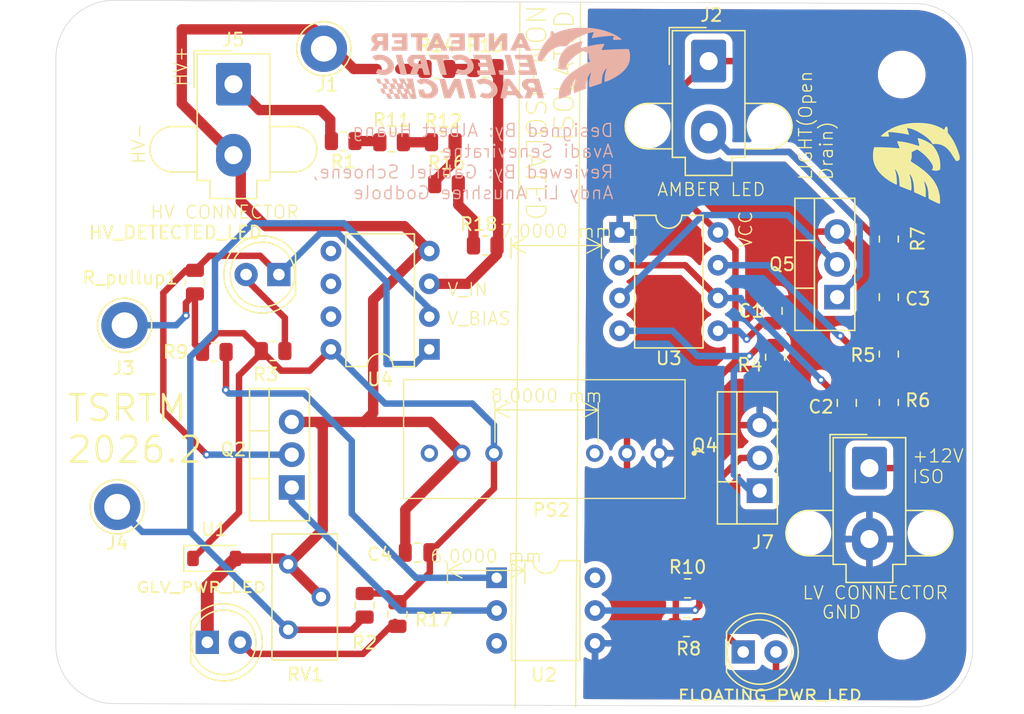
<source format=kicad_pcb>
(kicad_pcb (version 20241229) (generator "pcbnew") (generator_version "9.0")
  (layers (0 "F.Cu" signal) (2 "B.Cu" signal) (13 "F.Paste" user) (15 "B.Paste" user) (5 "F.SilkS" user "F.Silkscreen") (7 "B.SilkS" user "B.Silkscreen") (1 "F.Mask" user) (3 "B.Mask" user) (25 "Edge.Cuts" user))
  (net 0 "")
  (net 1 "12V_UNISO")
  (net 2 "HighVoltage-")
  (net 3 "Net-(DEBUG_1-K)")
  (net 4 "Net-(DEBUG_1-A)")
  (net 5 "Net-(DEBUG_2-K)")
  (net 6 "Net-(DEBUG_2-A)")
  (net 7 "Net-(DEBUG_3-A)")
  (net 8 "GND_ISO")
  (net 9 "12V_ISO")
  (net 12 "Net-(Q2-D)")
  (net 13 "V_BIAS")
  (net 14 "Net-(U3-THR)")
  (net 15 "Net-(U3-DIS)")
  (net 16 "Net-(Q5-G)")
  (net 17 "Net-(Q4-D)")
  (net 18 "Net-(U3-CV)")
  (net 19 "V_IN")
  (net 20 "Net-(J2-Pin_2)")
  (net 21 "Net-(R1-Pad2)")
  (net 22 "HighVoltage+")
  (net 23 "Net-(R9-Pad2)")
  (net 24 "Net-(R11-Pad1)")
  (net 25 "Net-(R13-Pad2)")
  (net 26 "Net-(R14-Pad1)")
  (net 29 "Net-(R12-Pad2)")
  (net 30 "Net-(R16-Pad2)")
  (footprint "TestPoint:TestPoint_Loop_D3.80mm_Drill2.0mm" (layer "F.Cu") (at 26.07 47.18)
    (property "Reference" "J3" (at -0.07 3.32 0) (layer "F.SilkS"))
    (property "Value" "12V TEST")
    (pad "1" thru_hole circle (at 0 0) (size 3.6 3.6) (drill 2) (layers "*.Cu" "*.Mask") (net 1 "12V_UNISO"))
  )
  (footprint "Resistor_SMD:R_0805_2012Metric" (layer "F.Cu") (at 85.25 40.5 -90)
    (property "Reference" "R7" (at 0 -2.25 90) (layer "F.SilkS"))
    (property "Value" "10k")
    (pad "1" smd roundrect (at -0.9125 0 270) (size 1.025 1.4) (layers "F.Cu" "F.Mask" "F.Paste") (roundrect_rratio 0.243902) (net 9 "12V_ISO"))
    (pad "2" smd roundrect (at 0.9125 0 270) (size 1.025 1.4) (layers "F.Cu" "F.Mask" "F.Paste") (roundrect_rratio 0.243902) (net 20 "Net-(J2-Pin_2)"))
  )
  (footprint "LED_THT:LED_D5.0mm" (layer "F.Cu") (at 38.02 43.25 180)
    (property "Reference" "HV_DETECTED_LED" (at 8.02 3.25 180) (layer "F.SilkS"))
    (property "Value" "LED")
    (pad "1" thru_hole rect (at 0 0 180) (size 1.8 1.8) (drill 0.9) (layers "*.Cu" "*.Mask") (net 3 "Net-(DEBUG_1-K)"))
    (pad "2" thru_hole circle (at 2.54 0 180) (size 1.8 1.8) (drill 0.9) (layers "*.Cu" "*.Mask") (net 4 "Net-(DEBUG_1-A)"))
  )
  (footprint "Package_TO_SOT_THT:TO-220-3_Vertical" (layer "F.Cu") (at 39.016847 59.75 90)
    (property "Reference" "Q2" (at 2.939152 -4.516847 180) (layer "F.SilkS"))
    (property "Value" "NMOS")
    (pad "1" thru_hole rect (at 0 0 90) (size 1.905 2) (drill 1.1) (layers "*.Cu" "*.Mask") (net 12 "Net-(Q2-D)"))
    (pad "2" thru_hole oval (at 2.54 0 90) (size 1.905 2) (drill 1.1) (layers "*.Cu" "*.Mask") (net 3 "Net-(DEBUG_1-K)"))
    (pad "3" thru_hole oval (at 5.08 0 90) (size 1.905 2) (drill 1.1) (layers "*.Cu" "*.Mask") (net 2 "HighVoltage-"))
  )
  (footprint "MountingHole:MountingHole_3.2mm_M3" (layer "F.Cu") (at 86.25 27.75)
    (property "Reference" "H2" (hide yes))
    (property "Value" "MountingHole" (hide yes))
    (pad "" np_thru_hole circle (at 0 0) (size 3.2 3.2) (drill 3.2) (layers "*.Cu" "*.Mask"))
  )
  (footprint "Resistor_SMD:R_0805_2012Metric" (layer "F.Cu") (at 54 41)
    (property "Reference" "R18" (at -0.5 -1.65 0) (layer "F.SilkS"))
    (property "Value" "540k")
    (pad "1" smd roundrect (at -0.9125 0) (size 1.025 1.4) (layers "F.Cu" "F.Mask" "F.Paste") (roundrect_rratio 0.243902) (net 30 "Net-(R16-Pad2)"))
    (pad "2" smd roundrect (at 0.9125 0) (size 1.025 1.4) (layers "F.Cu" "F.Mask" "F.Paste") (roundrect_rratio 0.243902) (net 19 "V_IN"))
  )
  (footprint "Resistor_SMD:R_0805_2012Metric" (layer "F.Cu") (at 44.66 68.8825 -90)
    (property "Reference" "R2" (at 2.8975 0 180) (layer "F.SilkS"))
    (property "Value" "11k")
    (pad "1" smd roundrect (at -0.9125 0 270) (size 1.025 1.4) (layers "F.Cu" "F.Mask" "F.Paste") (roundrect_rratio 0.243902) (net 1 "12V_UNISO"))
    (pad "2" smd roundrect (at 0.9125 0 270) (size 1.025 1.4) (layers "F.Cu" "F.Mask" "F.Paste") (roundrect_rratio 0.243902) (net 13 "V_BIAS"))
  )
  (footprint "Resistor_SMD:R_0805_2012Metric" (layer "F.Cu") (at 50.75 33)
    (property "Reference" "R12" (at 0 -1.65 0) (layer "F.SilkS"))
    (property "Value" "540k")
    (pad "1" smd roundrect (at -0.9125 0) (size 1.025 1.4) (layers "F.Cu" "F.Mask" "F.Paste") (roundrect_rratio 0.243902) (net 24 "Net-(R11-Pad1)"))
    (pad "2" smd roundrect (at 0.9125 0) (size 1.025 1.4) (layers "F.Cu" "F.Mask" "F.Paste") (roundrect_rratio 0.243902) (net 29 "Net-(R12-Pad2)"))
  )
  (footprint "Resistor_SMD:R_0805_2012Metric" (layer "F.Cu") (at 69.581847 70.57)
    (property "Reference" "R8" (at 0.168153 1.68 0) (layer "F.SilkS"))
    (property "Value" "20k")
    (pad "1" smd roundrect (at -0.9125 0) (size 1.025 1.4) (layers "F.Cu" "F.Mask" "F.Paste") (roundrect_rratio 0.243902) (net 9 "12V_ISO"))
    (pad "2" smd roundrect (at 0.9125 0) (size 1.025 1.4) (layers "F.Cu" "F.Mask" "F.Paste") (roundrect_rratio 0.243902) (net 6 "Net-(DEBUG_2-A)"))
  )
  (footprint "Resistor_SMD:R_0805_2012Metric" (layer "F.Cu") (at 54 27.25 180)
    (property "Reference" "R13" (at 0 1.75 0) (layer "F.SilkS"))
    (property "Value" "20k")
    (pad "1" smd roundrect (at -0.9125 0 180) (size 1.025 1.4) (layers "F.Cu" "F.Mask" "F.Paste") (roundrect_rratio 0.243902) (net 19 "V_IN"))
    (pad "2" smd roundrect (at 0.9125 0 180) (size 1.025 1.4) (layers "F.Cu" "F.Mask" "F.Paste") (roundrect_rratio 0.243902) (net 25 "Net-(R13-Pad2)"))
  )
  (footprint "Package_DIP:DIP-8_W7.62mm" (layer "F.Cu") (at 49.67 49.05 180)
    (property "Reference" "U4" (at 3.81 -2.33 180) (layer "F.SilkS"))
    (property "Value" "LM393N/NOPB")
    (pad "1" thru_hole rect (at 0 0 180) (size 1.6 1.6) (drill 0.8) (layers "*.Cu" "*.Mask") (net 3 "Net-(DEBUG_1-K)"))
    (pad "2" thru_hole oval (at 0 2.54 180) (size 1.6 1.6) (drill 0.8) (layers "*.Cu" "*.Mask") (net 13 "V_BIAS"))
    (pad "3" thru_hole oval (at 0 5.08 180) (size 1.6 1.6) (drill 0.8) (layers "*.Cu" "*.Mask") (net 19 "V_IN"))
    (pad "4" thru_hole oval (at 0 7.62 180) (size 1.6 1.6) (drill 0.8) (layers "*.Cu" "*.Mask") (net 2 "HighVoltage-"))
    (pad "5" thru_hole oval (at 7.62 7.62 180) (size 1.6 1.6) (drill 0.8) (layers "*.Cu" "*.Mask"))
    (pad "6" thru_hole oval (at 7.62 5.08 180) (size 1.6 1.6) (drill 0.8) (layers "*.Cu" "*.Mask"))
    (pad "7" thru_hole oval (at 7.62 2.54 180) (size 1.6 1.6) (drill 0.8) (layers "*.Cu" "*.Mask"))
    (pad "8" thru_hole oval (at 7.62 0 180) (size 1.6 1.6) (drill 0.8) (layers "*.Cu" "*.Mask") (net 1 "12V_UNISO"))
  )
  (footprint "LED_THT:LED_D5.0mm" (layer "F.Cu") (at 32.476847 71.75)
    (property "Reference" "GLV_PWR_LED" (at -0.476847 -4.25 0) (layer "F.SilkS") (effects (font (size 0.8 1))))
    (property "Value" "LED")
    (pad "1" thru_hole rect (at 0 0) (size 1.8 1.8) (drill 0.9) (layers "*.Cu" "*.Mask") (net 2 "HighVoltage-"))
    (pad "2" thru_hole circle (at 2.54 0) (size 1.8 1.8) (drill 0.9) (layers "*.Cu" "*.Mask") (net 7 "Net-(DEBUG_3-A)"))
  )
  (footprint "Resistor_SMD:R_0805_2012Metric" (layer "F.Cu") (at 43 32.9075)
    (property "Reference" "R1" (at 0 1.5925 0) (layer "F.SilkS"))
    (property "Value" "540k")
    (pad "1" smd roundrect (at -0.9125 0) (size 1.025 1.4) (layers "F.Cu" "F.Mask" "F.Paste") (roundrect_rratio 0.243902) (net 22 "HighVoltage+"))
    (pad "2" smd roundrect (at 0.9125 0) (size 1.025 1.4) (layers "F.Cu" "F.Mask" "F.Paste") (roundrect_rratio 0.243902) (net 21 "Net-(R1-Pad2)"))
  )
  (footprint "Package_DIP:DIP-6_W7.62mm" (layer "F.Cu") (at 54.88 66.75)
    (property "Reference" "U2" (at 3.673153 7.53 0) (layer "F.SilkS"))
    (property "Value" "4N35" (hide yes))
    (pad "1" thru_hole rect (at 0 0) (size 1.6 1.6) (drill 0.8) (layers "*.Cu" "*.Mask") (net 23 "Net-(R9-Pad2)"))
    (pad "2" thru_hole oval (at 0 2.54) (size 1.6 1.6) (drill 0.8) (layers "*.Cu" "*.Mask") (net 12 "Net-(Q2-D)"))
    (pad "3" thru_hole oval (at 0 5.08) (size 1.6 1.6) (drill 0.8) (layers "*.Cu" "*.Mask"))
    (pad "4" thru_hole oval (at 7.62 5.08) (size 1.6 1.6) (drill 0.8) (layers "*.Cu" "*.Mask") (net 8 "GND_ISO"))
    (pad "5" thru_hole oval (at 7.62 2.54) (size 1.6 1.6) (drill 0.8) (layers "*.Cu" "*.Mask") (net 5 "Net-(DEBUG_2-K)"))
    (pad "6" thru_hole oval (at 7.62 0) (size 1.6 1.6) (drill 0.8) (layers "*.Cu" "*.Mask"))
  )
  (footprint "LED_THT:LED_D5.0mm" (layer "F.Cu") (at 73.975 72.5)
    (property "Reference" "FLOATING_PWR_LED" (at 2.072002 2.880433 0) (layer "F.SilkS") (effects (font (size 0.8 1)) (justify top)))
    (property "Value" "LED")
    (pad "1" thru_hole rect (at 0 0) (size 1.8 1.8) (drill 0.9) (layers "*.Cu" "*.Mask") (net 5 "Net-(DEBUG_2-K)"))
    (pad "2" thru_hole circle (at 2.54 0) (size 1.8 1.8) (drill 0.9) (layers "*.Cu" "*.Mask") (net 6 "Net-(DEBUG_2-A)"))
  )
  (footprint "Capacitor_SMD:C_0805_2012Metric" (layer "F.Cu") (at 82 53.2 -90)
    (property "Reference" "C2" (at 0.3 2 180) (layer "F.SilkS"))
    (property "Value" "1uF")
    (pad "1" smd roundrect (at -0.95 0 270) (size 1 1.45) (layers "F.Cu" "F.Mask" "F.Paste") (net 14 "Net-(U3-THR)"))
    (pad "2" smd roundrect (at 0.95 0 270) (size 1 1.45) (layers "F.Cu" "F.Mask" "F.Paste") (net 8 "GND_ISO"))
  )
  (footprint "EVRacingLogoLibraryKiCad:EVRacingOnlyLogo" (layer "F.Cu") (at 87 34.5)
    (property "Reference" "G***" (hide yes))
    (property "Value" "LOGO" (hide yes))
  )
  (footprint "Resistor_SMD:R_0805_2012Metric" (layer "F.Cu") (at 85.25 49.4125 -90)
    (property "Reference" "R5" (at 0.0875 2 0) (layer "F.SilkS"))
    (property "Value" "22k")
    (pad "1" smd roundrect (at -0.9125 0 270) (size 1.025 1.4) (layers "F.Cu" "F.Mask" "F.Paste") (roundrect_rratio 0.243902) (net 9 "12V_ISO"))
    (pad "2" smd roundrect (at 0.9125 0 270) (size 1.025 1.4) (layers "F.Cu" "F.Mask" "F.Paste") (roundrect_rratio 0.243902) (net 15 "Net-(U3-DIS)"))
  )
  (footprint "TestPoint:TestPoint_Loop_D3.80mm_Drill2.0mm" (layer "F.Cu") (at 41.5 25.75)
    (property "Reference" "J1" (at 0.25 2.8 0) (layer "F.SilkS"))
    (property "Value" "V_BIAS TEST")
    (pad "1" thru_hole circle (at 0 0) (size 3.6 3.6) (drill 2) (layers "*.Cu" "*.Mask") (net 2 "HighVoltage-"))
  )
  (footprint "MountingHole:MountingHole_3.2mm_M3" (layer "F.Cu") (at 26.25 71.75)
    (property "Reference" "H4" (hide yes))
    (property "Value" "MountingHole" (hide yes))
    (pad "" np_thru_hole circle (at 0 0) (size 3.2 3.2) (drill 3.2) (layers "*.Cu" "*.Mask"))
  )
  (footprint "Connector_Molex:Molex_Mini-Fit_Jr_5566-02A2_2x01_P4.20mm_Vertical" (layer "F.Cu") (at 83.75 58.25)
    (property "Reference" "J7" (at -8.25 5.75 0) (layer "F.SilkS"))
    (property "Value" "Conn_01x02")
    (pad "" np_thru_hole circle (at -4.7 5.04) (size 3 3) (drill 3) (layers "*.Cu" "*.Mask"))
    (pad "" np_thru_hole circle (at 4.7 5.04) (size 3 3) (drill 3) (layers "*.Cu" "*.Mask"))
    (pad "1" thru_hole roundrect (at 0 0) (size 2.7 3.3) (drill 1.4) (layers "*.Cu" "*.Mask") (roundrect_rratio 0.092593) (net 9 "12V_ISO"))
    (pad "2" thru_hole oval (at 0 5.5) (size 2.7 3.3) (drill 1.4) (layers "*.Cu" "*.Mask") (net 8 "GND_ISO"))
  )
  (footprint "Resistor_SMD:R_0805_2012Metric" (layer "F.Cu") (at 51 36.25)
    (property "Reference" "R16" (at 0 -1.65 0) (layer "F.SilkS"))
    (property "Value" "540k")
    (pad "1" smd roundrect (at -0.9125 0) (size 1.025 1.4) (layers "F.Cu" "F.Mask" "F.Paste") (roundrect_rratio 0.243902) (net 29 "Net-(R12-Pad2)"))
    (pad "2" smd roundrect (at 0.9125 0) (size 1.025 1.4) (layers "F.Cu" "F.Mask" "F.Paste") (roundrect_rratio 0.243902) (net 30 "Net-(R16-Pad2)"))
  )
  (footprint "MountingHole:MountingHole_3.2mm_M3" (layer "F.Cu") (at 26.25 27.5)
    (property "Reference" "H1" (hide yes))
    (property "Value" "MountingHole" (hide yes))
    (pad "" np_thru_hole circle (at 0 0) (size 3.2 3.2) (drill 3.2) (layers "*.Cu" "*.Mask"))
  )
  (footprint "Resistor_SMD:R_0805_2012Metric" (layer "F.Cu") (at 76.446847 49.6575 90)
    (property "Reference" "R4" (at -0.5925 -1.946847 180) (layer "F.SilkS"))
    (property "Value" "22k")
    (pad "1" smd roundrect (at -0.9125 0 90) (size 1.025 1.4) (layers "F.Cu" "F.Mask" "F.Paste") (roundrect_rratio 0.243902) (net 9 "12V_ISO"))
    (pad "2" smd roundrect (at 0.9125 0 90) (size 1.025 1.4) (layers "F.Cu" "F.Mask" "F.Paste") (roundrect_rratio 0.243902) (net 17 "Net-(Q4-D)"))
  )
  (footprint "Capacitor_SMD:C_0805_2012Metric" (layer "F.Cu") (at 76.25 46.07 90)
    (property "Reference" "C1" (at 0 -1.68 180) (layer "F.SilkS"))
    (property "Value" "100nF" (hide yes))
    (pad "1" smd roundrect (at -0.95 0 90) (size 1 1.45) (layers "F.Cu" "F.Mask" "F.Paste") (net 18 "Net-(U3-CV)"))
    (pad "2" smd roundrect (at 0.95 0 90) (size 1 1.45) (layers "F.Cu" "F.Mask" "F.Paste") (net 8 "GND_ISO"))
  )
  (footprint "Resistor_SMD:R_0805_2012Metric" (layer "F.Cu") (at 31.516847 43.8375 90)
    (property "Reference" "R_pullup1" (at 0.3375 -5.016847 180) (layer "F.SilkS"))
    (property "Value" "15k")
    (pad "1" smd roundrect (at -0.9125 0 90) (size 1.025 1.4) (layers "F.Cu" "F.Mask" "F.Paste") (roundrect_rratio 0.243902) (net 1 "12V_UNISO"))
    (pad "2" smd roundrect (at 0.9125 0 90) (size 1.025 1.4) (layers "F.Cu" "F.Mask" "F.Paste") (roundrect_rratio 0.243902) (net 3 "Net-(DEBUG_1-K)"))
  )
  (footprint "Potentiometer_THT:Potentiometer_Bourns_3296Y_Vertical" (layer "F.Cu") (at 38.741847 65.7 90)
    (property "Reference" "RV1" (at -8.55 1.328153 180) (layer "F.SilkS"))
    (property "Value" "1k default (1-5k)")
    (pad "1" thru_hole circle (at 0 0 90) (size 1.44 1.44) (drill 0.8) (layers "*.Cu" "*.Mask") (net 2 "HighVoltage-"))
    (pad "2" thru_hole circle (at -2.54 2.54 90) (size 1.44 1.44) (drill 0.8) (layers "*.Cu" "*.Mask") (net 2 "HighVoltage-"))
    (pad "3" thru_hole circle (at -5.08 0 90) (size 1.44 1.44) (drill 0.8) (layers "*.Cu" "*.Mask") (net 13 "V_BIAS"))
  )
  (footprint "Capacitor_SMD:C_0805_2012Metric" (layer "F.Cu") (at 48.756847 64.79)
    (property "Reference" "C4" (at -2.936847 0.14 0) (layer "F.SilkS"))
    (property "Value" "100nF")
    (pad "1" smd roundrect (at -0.95 0) (size 1 1.45) (layers "F.Cu" "F.Mask" "F.Paste") (net 2 "HighVoltage-"))
    (pad "2" smd roundrect (at 0.95 0) (size 1 1.45) (layers "F.Cu" "F.Mask" "F.Paste") (net 1 "12V_UNISO"))
  )
  (footprint "Resistor_SMD:R_0805_2012Metric" (layer "F.Cu") (at 85.25 53.1625 90)
    (property "Reference" "R6" (at 0.1625 2.25 180) (layer "F.SilkS"))
    (property "Value" "220k")
    (pad "1" smd roundrect (at -0.9125 0 90) (size 1.025 1.4) (layers "F.Cu" "F.Mask" "F.Paste") (roundrect_rratio 0.243902) (net 15 "Net-(U3-DIS)"))
    (pad "2" smd roundrect (at 0.9125 0 90) (size 1.025 1.4) (layers "F.Cu" "F.Mask" "F.Paste") (roundrect_rratio 0.243902) (net 14 "Net-(U3-THR)"))
  )
  (footprint "Resistor_SMD:R_0805_2012Metric" (layer "F.Cu") (at 46.75 33 180)
    (property "Reference" "R11" (at 0 1.7125 0) (layer "F.SilkS"))
    (property "Value" "540k")
    (pad "1" smd roundrect (at -0.9125 0 180) (size 1.025 1.4) (layers "F.Cu" "F.Mask" "F.Paste") (roundrect_rratio 0.243902) (net 24 "Net-(R11-Pad1)"))
    (pad "2" smd roundrect (at 0.9125 0 180) (size 1.025 1.4) (layers "F.Cu" "F.Mask" "F.Paste") (roundrect_rratio 0.243902) (net 21 "Net-(R1-Pad2)"))
  )
  (footprint "Connector_Molex:Molex_Mini-Fit_Jr_5566-02A2_2x01_P4.20mm_Vertical" (layer "F.Cu") (at 71.3 26.71)
    (property "Reference" "J2" (at 0.213153 -3.57 0) (layer "F.SilkS"))
    (property "Value" "Conn_01x02")
    (pad "" np_thru_hole circle (at -4.7 5.04) (size 3 3) (drill 3) (layers "*.Cu" "*.Mask"))
    (pad "" np_thru_hole circle (at 4.7 5.04) (size 3 3) (drill 3) (layers "*.Cu" "*.Mask"))
    (pad "1" thru_hole roundrect (at 0 0) (size 2.7 3.3) (drill 1.4) (layers "*.Cu" "*.Mask") (roundrect_rratio 0.092593) (net 9 "12V_ISO"))
    (pad "2" thru_hole oval (at 0 5.5) (size 2.7 3.3) (drill 1.4) (layers "*.Cu" "*.Mask") (net 20 "Net-(J2-Pin_2)"))
  )
  (footprint "Package_TO_SOT_THT:TO-220-3_Vertical" (layer "F.Cu") (at 75.25 60 90)
    (property "Reference" "Q4" (at 3.5 -4.25 180) (layer "F.SilkS"))
    (property "Value" "NMOS")
    (pad "1" thru_hole rect (at 0 0 90) (size 1.905 2) (drill 1.1) (layers "*.Cu" "*.Mask") (net 17 "Net-(Q4-D)"))
    (pad "2" thru_hole oval (at 2.54 0 90) (size 1.905 2) (drill 1.1) (layers "*.Cu" "*.Mask") (net 5 "Net-(DEBUG_2-K)"))
    (pad "3" thru_hole oval (at 5.08 0 90) (size 1.905 2) (drill 1.1) (layers "*.Cu" "*.Mask") (net 8 "GND_ISO"))
  )
  (footprint "Diode_SMD:D_SOD-123" (layer "F.Cu") (at 33.016847 65.25)
    (property "Reference" "U1" (at -0.016847 -2.25 0) (layer "F.SilkS"))
    (property "Value" "MMSZ5245BT1G" (hide yes))
    (pad "1" smd roundrect (at -1.65 0) (size 0.9 1.2) (layers "F.Cu" "F.Mask" "F.Paste") (net 1 "12V_UNISO"))
    (pad "2" smd roundrect (at 1.65 0) (size 0.9 1.2) (layers "F.Cu" "F.Mask" "F.Paste") (net 2 "HighVoltage-"))
  )
  (footprint "Package_DIP:DIP-8_W7.62mm" (layer "F.Cu") (at 64.406847 39.99)
    (property "Reference" "U3" (at 3.81 9.76 0) (layer "F.SilkS"))
    (property "Value" "LM555xN")
    (pad "1" thru_hole rect (at 0 0) (size 1.6 1.6) (drill 0.8) (layers "*.Cu" "*.Mask") (net 8 "GND_ISO"))
    (pad "2" thru_hole oval (at 0 2.54) (size 1.6 1.6) (drill 0.8) (layers "*.Cu" "*.Mask") (net 14 "Net-(U3-THR)"))
    (pad "3" thru_hole oval (at 0 5.08) (size 1.6 1.6) (drill 0.8) (layers "*.Cu" "*.Mask") (net 16 "Net-(Q5-G)"))
    (pad "4" thru_hole oval (at 0 7.62) (size 1.6 1.6) (drill 0.8) (layers "*.Cu" "*.Mask") (net 17 "Net-(Q4-D)"))
    (pad "5" thru_hole oval (at 7.62 7.62) (size 1.6 1.6) (drill 0.8) (layers "*.Cu" "*.Mask") (net 18 "Net-(U3-CV)"))
    (pad "6" thru_hole oval (at 7.62 5.08) (size 1.6 1.6) (drill 0.8) (layers "*.Cu" "*.Mask") (net 14 "Net-(U3-THR)"))
    (pad "7" thru_hole oval (at 7.62 2.54) (size 1.6 1.6) (drill 0.8) (layers "*.Cu" "*.Mask") (net 15 "Net-(U3-DIS)"))
    (pad "8" thru_hole oval (at 7.62 0) (size 1.6 1.6) (drill 0.8) (layers "*.Cu" "*.Mask") (net 9 "12V_ISO"))
  )
  (footprint "TestPoint:TestPoint_Loop_D3.80mm_Drill2.0mm" (layer "F.Cu") (at 25.5 61.25)
    (property "Reference" "J4" (at 0 2.8 0) (layer "F.SilkS"))
    (property "Value" "V_IN TEST")
    (pad "1" thru_hole circle (at 0 0) (size 3.6 3.6) (drill 2) (layers "*.Cu" "*.Mask") (net 13 "V_BIAS"))
  )
  (footprint "Resistor_SMD:R_0805_2012Metric" (layer "F.Cu") (at 50.25 27.32)
    (property "Reference" "R14" (at 0 -1.82 0) (layer "F.SilkS"))
    (property "Value" "20k")
    (pad "1" smd roundrect (at -0.9125 0) (size 1.025 1.4) (layers "F.Cu" "F.Mask" "F.Paste") (roundrect_rratio 0.243902) (net 26 "Net-(R14-Pad1)"))
    (pad "2" smd roundrect (at 0.9125 0) (size 1.025 1.4) (layers "F.Cu" "F.Mask" "F.Paste") (roundrect_rratio 0.243902) (net 25 "Net-(R13-Pad2)"))
  )
  (footprint "Resistor_SMD:R_0805_2012Metric" (layer "F.Cu") (at 69.669347 67.57)
    (property "Reference" "R10" (at 0 -1.65 0) (layer "F.SilkS"))
    (property "Value" "20k" (hide yes))
    (pad "1" smd roundrect (at -0.9125 0) (size 1.025 1.4) (layers "F.Cu" "F.Mask" "F.Paste") (roundrect_rratio 0.243902) (net 9 "12V_ISO"))
    (pad "2" smd roundrect (at 0.9125 0) (size 1.025 1.4) (layers "F.Cu" "F.Mask" "F.Paste") (roundrect_rratio 0.243902) (net 5 "Net-(DEBUG_2-K)"))
  )
  (footprint "MountingHole:MountingHole_3.2mm_M3" (layer "F.Cu") (at 86.25 71.25)
    (property "Reference" "H3" (hide yes))
    (property "Value" "MountingHole" (hide yes))
    (pad "" np_thru_hole circle (at 0 0) (size 3.2 3.2) (drill 3.2) (layers "*.Cu" "*.Mask"))
  )
  (footprint "Package_TO_SOT_THT:TO-220-3_Vertical" (layer "F.Cu") (at 81.25 45 90)
    (property "Reference" "Q5" (at 2.54 -4.27 180) (layer "F.SilkS"))
    (property "Value" "NMOS")
    (pad "1" thru_hole rect (at 0 0 90) (size 1.905 2) (drill 1.1) (layers "*.Cu" "*.Mask") (net 20 "Net-(J2-Pin_2)"))
    (pad "2" thru_hole oval (at 2.54 0 90) (size 1.905 2) (drill 1.1) (layers "*.Cu" "*.Mask") (net 16 "Net-(Q5-G)"))
    (pad "3" thru_hole oval (at 5.08 0 90) (size 1.905 2) (drill 1.1) (layers "*.Cu" "*.Mask") (net 8 "GND_ISO"))
  )
  (footprint "Resistor_SMD:R_0805_2012Metric" (layer "F.Cu") (at 37.57 49.18)
    (property "Reference" "R3" (at -0.57 1.82 0) (layer "F.SilkS"))
    (property "Value" "20k")
    (pad "1" smd roundrect (at -0.9125 0) (size 1.025 1.4) (layers "F.Cu" "F.Mask" "F.Paste") (roundrect_rratio 0.243902) (net 1 "12V_UNISO"))
    (pad "2" smd roundrect (at 0.9125 0) (size 1.025 1.4) (layers "F.Cu" "F.Mask" "F.Paste") (roundrect_rratio 0.243902) (net 4 "Net-(DEBUG_1-A)"))
  )
  (footprint "Resistor_SMD:R_0805_2012Metric" (layer "F.Cu") (at 33.016847 49.25)
    (property "Reference" "R9" (at -3 0 0) (layer "F.SilkS"))
    (property "Value" "10k")
    (pad "1" smd roundrect (at -0.9125 0) (size 1.025 1.4) (layers "F.Cu" "F.Mask" "F.Paste") (roundrect_rratio 0.243902) (net 1 "12V_UNISO"))
    (pad "2" smd roundrect (at 0.9125 0) (size 1.025 1.4) (layers "F.Cu" "F.Mask" "F.Paste") (roundrect_rratio 0.243902) (net 23 "Net-(R9-Pad2)"))
  )
  (footprint "SPAN02A12:SPAN02A12" (layer "F.Cu") (at 67.475 57.1 180)
    (property "Reference" "PS2" (at 8.361847 -4.4 0) (layer "F.SilkS"))
    (property "Value" "SPAN02A-12")
    (pad "1" thru_hole circle (at 0 0 180) (size 1.337 1.337) (drill 0.78) (layers "*.Cu" "*.Mask") (net 8 "GND_ISO"))
    (pad "2" thru_hole circle (at 2.5 0 180) (size 1.337 1.337) (drill 0.78) (layers "*.Cu" "*.Mask") (net 9 "12V_ISO"))
    (pad "3" thru_hole circle (at 5 0 180) (size 1.337 1.337) (drill 0.78) (layers "*.Cu" "*.Mask"))
    (pad "6" thru_hole circle (at 12.8 0 180) (size 1.337 1.337) (drill 0.78) (layers "*.Cu" "*.Mask") (net 1 "12V_UNISO"))
    (pad "7" thru_hole circle (at 15.3 0 180) (size 1.337 1.337) (drill 0.78) (layers "*.Cu" "*.Mask") (net 2 "HighVoltage-"))
    (pad "8" thru_hole circle (at 17.8 0 180) (size 1.337 1.337) (drill 0.78) (layers "*.Cu" "*.Mask"))
  )
  (footprint "Connector_Molex:Molex_Mini-Fit_Jr_5566-02A2_2x01_P4.20mm_Vertical" (layer "F.Cu") (at 34.5 28.5)
    (property "Reference" "J5" (at 0 -3.45 0) (layer "F.SilkS"))
    (property "Value" "Conn_01x02")
    (pad "" np_thru_hole circle (at -4.7 5.04) (size 3 3) (drill 3) (layers "*.Cu" "*.Mask"))
    (pad "" np_thru_hole circle (at 4.7 5.04) (size 3 3) (drill 3) (layers "*.Cu" "*.Mask"))
    (pad "1" thru_hole roundrect (at 0 0) (size 2.7 3.3) (drill 1.4) (layers "*.Cu" "*.Mask") (roundrect_rratio 0.092593) (net 22 "HighVoltage+"))
    (pad "2" thru_hole oval (at 0 5.5) (size 2.7 3.3) (drill 1.4) (layers "*.Cu" "*.Mask") (net 2 "HighVoltage-"))
  )
  (footprint "Capacitor_SMD:C_0805_2012Metric" (layer "F.Cu") (at 85.25 45 90)
    (property "Reference" "C3" (at -0.13 2.25 180) (layer "F.SilkS"))
    (property "Value" "100nF")
    (pad "1" smd roundrect (at -0.95 0 90) (size 1 1.45) (layers "F.Cu" "F.Mask" "F.Paste") (net 9 "12V_ISO"))
    (pad "2" smd roundrect (at 0.95 0 90) (size 1 1.45) (layers "F.Cu" "F.Mask" "F.Paste") (net 8 "GND_ISO"))
  )
  (footprint "Resistor_SMD:R_0805_2012Metric" (layer "F.Cu") (at 47.2 69.5975 -90)
    (property "Reference" "R17" (at 0.4025 -2.8 180) (layer "F.SilkS"))
    (property "Value" "20k")
    (pad "1" smd roundrect (at -0.9125 0 270) (size 1.025 1.4) (layers "F.Cu" "F.Mask" "F.Paste") (roundrect_rratio 0.243902) (net 1 "12V_UNISO"))
    (pad "2" smd roundrect (at 0.9125 0 270) (size 1.025 1.4) (layers "F.Cu" "F.Mask" "F.Paste") (roundrect_rratio 0.243902) (net 7 "Net-(DEBUG_3-A)"))
  )
  (footprint "EVRacingLogo:EVRacingLogo" (layer "B.Cu") (at 55 27 180)
    (property "Reference" "G***" (hide yes))
    (property "Value" "LOGO" (hide yes))
  )
  (gr_line (start 61 76.75) (end 61.375 22.125) (stroke (width 0.1)) (layer "F.SilkS"))
  (gr_line (start 56.3125 76.8125) (end 56.6875 22.1875) (stroke (width 0.1)) (layer "F.SilkS"))
  (gr_arc (start 20.75 26.5) (mid 22.068019 23.318019) (end 25.25 22) (stroke (width 0.05)) (layer "Edge.Cuts"))
  (gr_arc (start 25.25 76.5) (mid 22.068019 75.181981) (end 20.75 72) (stroke (width 0.05)) (layer "Edge.Cuts"))
  (gr_line (start 25.25 22) (end 87.25 22.25) (stroke (width 0.05)) (layer "Edge.Cuts"))
  (gr_line (start 91.75 72.25) (end 91.75 26.75) (stroke (width 0.05)) (layer "Edge.Cuts"))
  (gr_line (start 25.25 76.5) (end 87.25 76.75) (stroke (width 0.05)) (layer "Edge.Cuts"))
  (gr_arc (start 91.75 72.25) (mid 90.431981 75.431981) (end 87.25 76.75) (stroke (width 0.05)) (layer "Edge.Cuts"))
  (gr_line (start 20.75 72) (end 20.75 26.5) (stroke (width 0.05)) (layer "Edge.Cuts"))
  (gr_arc (start 87.25 22.25) (mid 90.431981 23.568019) (end 91.75 26.75) (stroke (width 0.05)) (layer "Edge.Cuts"))
  (gr_text "V_IN" (at 51 45 0) (layer "F.SilkS") (effects (font (size 1 1) (thickness 0.1)) (justify left bottom)))
  (gr_text "HV+" (at 31 28.75 90) (layer "F.SilkS") (effects (font (size 1 1) (thickness 0.1)) (justify left bottom)))
  (gr_text "NON-ISOLATED" (at 57 22.25 270) (layer "F.SilkS") (effects (font (size 1.5 1.5) (thickness 0.1)) (justify left bottom)))
  (gr_text "LV CONNECTOR" (at 78.5 68.5 0) (layer "F.SilkS") (effects (font (size 1 1) (thickness 0.1)) (justify left bottom)))
  (gr_text "TSRTM\n2026.2" (at 21.5 58 0) (layer "F.SilkS") (effects (font (size 2 2) (thickness 0.2)) (justify left bottom)))
  (gr_text "LIGHT(Open\nDrain)" (at 81 36 90) (layer "F.SilkS") (effects (font (size 1 1) (thickness 0.1)) (justify left bottom)))
  (gr_text "VCC" (at 74.75 41.25 90) (layer "F.SilkS") (effects (font (size 1 1) (thickness 0.1)) (justify left bottom)))
  (gr_text "GND" (at 80 70 0) (layer "F.SilkS") (effects (font (size 1 1) (thickness 0.1)) (justify left bottom)))
  (gr_text "+12V\nISO" (at 87 59.5 0) (layer "F.SilkS") (effects (font (size 1 1) (thickness 0.1)) (justify left bottom)))
  (gr_text "HV CONNECTOR" (at 28 39 0) (layer "F.SilkS") (effects (font (size 1 1) (thickness 0.1)) (justify left bottom)))
  (gr_text "V_BIAS" (at 51 47.25 0) (layer "F.SilkS") (effects (font (size 1 1) (thickness 0.1)) (justify left bottom)))
  (gr_text "ISOLATED" (at 61 33 90) (layer "F.SilkS") (effects (font (size 1.5 1.5) (thickness 0.1)) (justify left bottom)))
  (gr_text "AMBER LED" (at 67.25 37.25 0) (layer "F.SilkS") (effects (font (size 1 1) (thickness 0.1)) (justify left bottom)))
  (gr_text "HV-" (at 27.75 34.75 90) (layer "F.SilkS") (effects (font (size 1 1) (thickness 0.1)) (justify left bottom)))
  (gr_text "Designed By: Albert Huang,\nAvadi Seneviratne\nReviewed By: Gabriel Schoene,\nAndy Li, Anushree Godbole" (at 64 37.5 0) (layer "B.SilkS") (effects (font (size 1 1) (thickness 0.1)) (justify left bottom mirror)))
  (dimension (type aligned) (layer "F.SilkS") (pts (xy 62.75 56.749999) (xy 54.75 56.749999)) (height 2.999999) (format (prefix "") (suffix "") (units 3) (units_format 1) (precision 4)) (style (thickness 0.1) (arrow_length 1.27) (text_position_mode 0) (arrow_direction outward) (extension_height 0.58642) (extension_offset 0.5) (keep_text_aligned yes)) (gr_text "8.0000 mm" (at 58.75 52.65 0) (layer "F.SilkS") (effects (font (size 1 1) (thickness 0.1)))))
  (dimension (type aligned) (layer "F.SilkS") (pts (xy 51.07 67.68) (xy 57.07 67.68)) (height -1.5) (format (prefix "") (suffix "") (units 3) (units_format 1) (precision 4)) (style (thickness 0.1) (arrow_length 1.27) (text_position_mode 0) (arrow_direction outward) (extension_height 0.58642) (extension_offset 0.5) (keep_text_aligned yes)) (gr_text "6.0000 mm" (at 54.07 65.08 0) (layer "F.SilkS") (effects (font (size 1 1) (thickness 0.1)))))
  (dimension (type aligned) (layer "F.SilkS") (pts (xy 63 42.5) (xy 56 42.5)) (height 1.5) (format (prefix "") (suffix "") (units 3) (units_format 1) (precision 4)) (style (thickness 0.1) (arrow_length 1.27) (text_position_mode 0) (arrow_direction outward) (extension_height 0.58642) (extension_offset 0.5) (keep_text_aligned yes)) (gr_text "7.0000 mm" (at 59.5 39.9 0) (layer "F.SilkS") (effects (font (size 1 1) (thickness 0.1)))))
  (segment (start 31.516847 48.6625) (end 32.104347 49.25) (width 0.5) (layer "F.Cu") (net 1))
  (segment (start 46.708205 68.3375) (end 47.016847 68.3375) (width 0.5) (layer "F.Cu") (net 1))
  (segment (start 46.485 67.97) (end 47.2 68.685) (width 0.5) (layer "F.Cu") (net 1))
  (segment (start 35.3 47.8) (end 38.2 50.7) (width 0.5) (layer "F.Cu") (net 1))
  (segment (start 54.675 59.821847) (end 54.675 57.1) (width 0.5) (layer "F.Cu") (net 1))
  (segment (start 49.706847 66.3475) (end 49.706847 64.79) (width 0.5) (layer "F.Cu") (net 1))
  (segment (start 38.2 50.7) (end 40.4 50.7) (width 0.5) (layer "F.Cu") (net 1))
  (segment (start 33.245705 47.8) (end 35.3 47.8) (width 0.5) (layer "F.Cu") (net 1))
  (segment (start 31.366847 65.25) (end 34.929347 61.6875) (width 0.5) (layer "F.Cu") (net 1))
  (segment (start 34.929347 61.6875) (end 34.929347 51.070653) (width 0.5) (layer "F.Cu") (net 1))
  (segment (start 31.516847 44.75) (end 31.516847 48.6625) (width 0.5) (layer "F.Cu") (net 1))
  (segment (start 40.4 50.7) (end 42.05 49.05) (width 0.5) (layer "F.Cu") (net 1))
  (segment (start 30.82 45.446847) (end 31.516847 44.75) (width 0.5) (layer "F.Cu") (net 1))
  (segment (start 49.706847 64.79) (end 54.675 59.821847) (width 0.5) (layer "F.Cu") (net 1))
  (segment (start 32.104347 48.941358) (end 33.245705 47.8) (width 0.5) (layer "F.Cu") (net 1))
  (segment (start 34.929347 51.070653) (end 36.75 49.25) (width 0.5) (layer "F.Cu") (net 1))
  (segment (start 47.716847 68.3375) (end 49.706847 66.3475) (width 0.5) (layer "F.Cu") (net 1))
  (segment (start 32.104347 49.25) (end 32.104347 48.941358) (width 0.5) (layer "F.Cu") (net 1))
  (segment (start 47.016847 68.3375) (end 47.716847 68.3375) (width 0.5) (layer "F.Cu") (net 1))
  (segment (start 30.82 46.43) (end 30.82 45.446847) (width 0.5) (layer "F.Cu") (net 1))
  (segment (start 44.66 67.97) (end 46.485 67.97) (width 0.5) (layer "F.Cu") (net 1))
  (via (at 30.82 46.43) (size 0.6) (drill 0.3) (layers "F.Cu" "B.Cu") (net 1))
  (segment (start 30.82 46.43) (end 30.07 47.18) (width 0.5) (layer "B.Cu") (net 1))
  (segment (start 46.25 53.25) (end 42.05 49.05) (width 0.5) (layer "B.Cu") (net 1))
  (segment (start 54.675 54.925) (end 53 53.25) (width 0.5) (layer "B.Cu") (net 1))
  (segment (start 30.07 47.18) (end 26.07 47.18) (width 0.5) (layer "B.Cu") (net 1))
  (segment (start 54.675 57.1) (end 54.675 54.925) (width 0.5) (layer "B.Cu") (net 1))
  (segment (start 53 53.25) (end 46.25 53.25) (width 0.5) (layer "B.Cu") (net 1))
  (segment (start 47.74 39.5) (end 37 39.5) (width 0.8) (layer "F.Cu") (net 2))
  (segment (start 41.416847 55.07) (end 41.416847 63.025) (width 0.8) (layer "F.Cu") (net 2))
  (segment (start 45.096847 54.180401) (end 44.607248 54.67) (width 0.8) (layer "F.Cu") (net 2))
  (segment (start 30.5 24.25) (end 40.75 24.25) (width 0.8) (layer "F.Cu") (net 2))
  (segment (start 43.82 27.32) (end 45.5875 27.32) (width 0.8) (layer "F.Cu") (net 2))
  (segment (start 47.806847 61.468153) (end 47.806847 64.79) (width 0.8) (layer "F.Cu") (net 2))
  (segment (start 34.5 34) (end 30.5 30) (width 0.8) (layer "F.Cu") (net 2))
  (segment (start 52.175 57.1) (end 47.806847 61.468153) (width 0.8) (layer "F.Cu") (net 2))
  (segment (start 49.67 41.43) (end 47.74 39.5) (width 0.8) (layer "F.Cu") (net 2))
  (segment (start 35.0675 37.5675) (end 35.0675 34.1925) (width 0.8) (layer "F.Cu") (net 2))
  (segment (start 38.291847 65.25) (end 38.741847 65.7) (width 0.8) (layer "F.Cu") (net 2))
  (segment (start 49.09873 41.43) (end 45.32 45.20873) (width 0.8) (layer "F.Cu") (net 2))
  (segment (start 44.607248 54.67) (end 49.745 54.67) (width 0.8) (layer "F.Cu") (net 2))
  (segment (start 37 39.5) (end 35.0675 37.5675) (width 0.8) (layer "F.Cu") (net 2))
  (segment (start 49.67 41.43) (end 49.09873 41.43) (width 0.8) (layer "F.Cu") (net 2))
  (segment (start 41.416847 63.025) (end 38.741847 65.7) (width 0.8) (layer "F.Cu") (net 2))
  (segment (start 45.32 45.20873) (end 45.32 53.957248) (width 0.8) (layer "F.Cu") (net 2))
  (segment (start 39.016847 54.67) (end 41.016847 54.67) (width 0.8) (layer "F.Cu") (net 2))
  (segment (start 41.016847 54.67) (end 44.607248 54.67) (width 0.8) (layer "F.Cu") (net 2))
  (segment (start 34.666847 65.25) (end 32.476847 67.44) (width 1) (layer "F.Cu") (net 2))
  (segment (start 49.745 54.67) (end 52.175 57.1) (width 0.8) (layer "F.Cu") (net 2))
  (segment (start 41.281847 68.24) (end 38.741847 65.7) (width 0.8) (layer "F.Cu") (net 2))
  (segment (start 40.75 24.25) (end 43.82 27.32) (width 0.8) (layer "F.Cu") (net 2))
  (segment (start 32.476847 67.44) (end 32.476847 71.75) (width 1) (layer "F.Cu") (net 2))
  (segment (start 30.5 30) (end 30.5 24.25) (width 0.8) (layer "F.Cu") (net 2))
  (segment (start 41.016847 54.67) (end 41.416847 55.07) (width 0.8) (layer "F.Cu") (net 2))
  (segment (start 45.32 53.957248) (end 45.096847 54.180401) (width 0.8) (layer "F.Cu") (net 2))
  (segment (start 34.666847 65.25) (end 38.291847 65.25) (width 0.8) (layer "F.Cu") (net 2))
  (segment (start 29.07 44.671847) (end 30.816847 42.925) (width 0.5) (layer "F.Cu") (net 3))
  (segment (start 32.641847 41.8) (end 36.57 41.8) (width 0.5) (layer "F.Cu") (net 3))
  (segment (start 30.816847 42.925) (end 31.516847 42.925) (width 0.5) (layer "F.Cu") (net 3))
  (segment (start 36.57 41.8) (end 38.02 43.25) (width 0.5) (layer "F.Cu") (net 3))
  (segment (start 29.07 53.858153) (end 29.07 44.671847) (width 0.5) (layer "F.Cu") (net 3))
  (segment (start 32.421847 57.21) (end 29.07 53.858153) (width 0.5) (layer "F.Cu") (net 3))
  (segment (start 31.516847 42.925) (end 32.641847 41.8) (width 0.5) (layer "F.Cu") (net 3))
  (via (at 32.421847 57.21) (size 0.6) (drill 0.3) (layers "F.Cu" "B.Cu") (net 3))
  (segment (start 32.421847 57.21) (end 39.016847 57.21) (width 0.5) (layer "B.Cu") (net 3))
  (segment (start 46.353153 50.19) (end 48.53 50.19) (width 0.5) (layer "B.Cu") (net 3))
  (segment (start 42.609603 40.079) (end 46.353153 43.82255) (width 0.5) (layer "B.Cu") (net 3))
  (segment (start 48.53 50.19) (end 49.67 49.05) (width 0.5) (layer "B.Cu") (net 3))
  (segment (start 41.191 40.079) (end 42.609603 40.079) (width 0.5) (layer "B.Cu") (net 3))
  (segment (start 46.353153 43.82255) (end 46.353153 50.19) (width 0.5) (layer "B.Cu") (net 3))
  (segment (start 38.02 43.25) (end 41.191 40.079) (width 0.5) (layer "B.Cu") (net 3))
  (segment (start 38.4825 49.18) (end 38.4825 46.6125) (width 0.5) (layer "F.Cu") (net 4))
  (segment (start 38.5525 49.25) (end 38.4825 49.18) (width 0.5) (layer "F.Cu") (net 4))
  (segment (start 35.48 43.61) (end 35.48 43.25) (width 0.5) (layer "F.Cu") (net 4))
  (segment (start 38.4825 46.6125) (end 35.48 43.61) (width 0.5) (layer "F.Cu") (net 4))
  (segment (start 71.981847 59.268153) (end 73.79 57.46) (width 0.5) (layer "F.Cu") (net 5))
  (segment (start 70.581847 67.395) (end 70.581847 67.57) (width 0.5) (layer "F.Cu") (net 5))
  (segment (start 71.981847 67.57) (end 71.981847 59.268153) (width 0.5) (layer "F.Cu") (net 5))
  (segment (start 71.981847 70.506847) (end 73.975 72.5) (width 0.5) (layer "F.Cu") (net 5))
  (segment (start 73.79 57.46) (end 75.25 57.46) (width 0.5) (layer "F.Cu") (net 5))
  (segment (start 70.581847 67.57) (end 71.981847 67.57) (width 0.5) (layer "F.Cu") (net 5))
  (segment (start 71.981847 67.57) (end 71.981847 70.506847) (width 0.5) (layer "F.Cu") (net 5))
  (segment (start 70.581847 67.57) (end 70.581847 68.928153) (width 0.5) (layer "F.Cu") (net 5))
  (segment (start 70.581847 68.928153) (end 70.25 69.26) (width 0.5) (layer "F.Cu") (net 5))
  (via (at 70.25 69.26) (size 0.6) (drill 0.3) (layers "F.Cu" "B.Cu") (net 5))
  (segment (start 70.256847 69.26) (end 70.25 69.26) (width 0.5) (layer "B.Cu") (net 5))
  (segment (start 70.22 69.29) (end 62.5 69.29) (width 0.5) (layer "B.Cu") (net 5))
  (segment (start 70.25 69.26) (end 70.22 69.29) (width 0.5) (layer "B.Cu") (net 5))
  (segment (start 76.515 74.235) (end 76.515 72.5) (width 0.5) (layer "F.Cu") (net 6))
  (segment (start 70.5 73.75) (end 72 75.25) (width 0.5) (layer "F.Cu") (net 6))
  (segment (start 70.5 70.575653) (end 70.5 73.75) (width 0.5) (layer "F.Cu") (net 6))
  (segment (start 72 75.25) (end 75.5 75.25) (width 0.5) (layer "F.Cu") (net 6))
  (segment (start 70.494347 70.57) (end 70.5 70.575653) (width 0.5) (layer "F.Cu") (net 6))
  (segment (start 75.5 75.25) (end 76.515 74.235) (width 0.5) (layer "F.Cu") (net 6))
  (segment (start 47.016847 70.1625) (end 44.529347 72.65) (width 0.5) (layer "F.Cu") (net 7))
  (segment (start 35.916847 72.65) (end 35.016847 71.75) (width 0.5) (layer "F.Cu") (net 7))
  (segment (start 44.529347 72.65) (end 35.916847 72.65) (width 0.5) (layer "F.Cu") (net 7))
  (segment (start 67.560923 57.1) (end 67.475 57.1) (width 0.5) (layer "F.Cu") (net 8))
  (segment (start 81.25 39.92) (end 82.0325 39.92) (width 0.5) (layer "F.Cu") (net 8))
  (segment (start 76.25 45.12) (end 76.25 44.92) (width 0.5) (layer "F.Cu") (net 8))
  (segment (start 85.25 43.92) (end 85.25 44.05) (width 0.5) (layer "F.Cu") (net 8))
  (segment (start 81.25 39.92) (end 85.25 43.92) (width 0.5) (layer "F.Cu") (net 8))
  (segment (start 73.788427 26.71) (end 71.3 26.71) (width 0.5) (layer "F.Cu") (net 9))
  (segment (start 83.75 58.25) (end 87 58.25) (width 0.5) (layer "F.Cu") (net 9))
  (segment (start 73.376847 41.34) (end 73.376847 41.57) (width 0.5) (layer "F.Cu") (net 9))
  (segment (start 64.975 57.1) (end 64.975 63.788154) (width 0.5) (layer "F.Cu") (net 9))
  (segment (start 73.376847 41.57) (end 73.376847 49.945) (width 0.5) (layer "F.Cu") (net 9))
  (segment (start 72.026847 39.99) (end 73.376847 41.34) (width 0.5) (layer "F.Cu") (net 9))
  (segment (start 85.95 39.5875) (end 86.725 40.3625) (width 0.5) (layer "F.Cu") (net 9))
  (segment (start 87.25 48.5) (end 85.25 48.5) (width 0.5) (layer "F.Cu") (net 9))
  (segment (start 68.756847 70.4825) (end 68.669347 70.57) (width 0.5) (layer "F.Cu") (net 9))
  (segment (start 68.5275 51.2225) (end 64.975 54.775) (width 0.5) (layer "F.Cu") (net 9))
  (segment (start 72.751847 50.57) (end 72.099347 51.2225) (width 0.5) (layer "F.Cu") (net 9))
  (segment (start 89 50.25) (end 87.25 48.5) (width 0.5) (layer "F.Cu") (net 9))
  (segment (start 71.3 26.71) (end 68.6 29.41) (width 0.5) (layer "F.Cu") (net 9))
  (segment (start 72.099347 51.2225) (end 68.5275 51.2225) (width 0.5) (layer "F.Cu") (net 9))
  (segment (start 66.968423 65.781577) (end 66.611847 65.425) (width 0.5) (layer "F.Cu") (net 9))
  (segment (start 64.975 63.788154) (end 66.968423 65.781577) (width 0.5) (layer "F.Cu") (net 9))
  (segment (start 85.25 39.5875) (end 85.25 38.171573) (width 0.5) (layer "F.Cu") (net 9))
  (segment (start 86.725 40.3625) (end 86.725 45.2) (width 0.5) (layer "F.Cu") (net 9))
  (segment (start 68.6 29.41) (end 68.6 36.563153) (width 0.5) (layer "F.Cu") (net 9))
  (segment (start 64.975 54.775) (end 64.975 57.1) (width 0.5) (layer "F.Cu") (net 9))
  (segment (start 85.25 48.5) (end 85.25 45.95) (width 0.5) (layer "F.Cu") (net 9))
  (segment (start 86.725 45.2) (end 85.975 45.95) (width 0.5) (layer "F.Cu") (net 9))
  (segment (start 85.975 45.95) (end 85.25 45.95) (width 0.5) (layer "F.Cu") (net 9))
  (segment (start 76.446847 50.57) (end 72.751847 50.57) (width 0.5) (layer "F.Cu") (net 9))
  (segment (start 73.376847 49.945) (end 72.099347 51.2225) (width 0.5) (layer "F.Cu") (net 9))
  (segment (start 68.6 36.563153) (end 72.026847 39.99) (width 0.5) (layer "F.Cu") (net 9))
  (segment (start 87 58.25) (end 89 56.25) (width 0.5) (layer "F.Cu") (net 9))
  (segment (start 85.25 38.171573) (end 73.788427 26.71) (width 0.5) (layer "F.Cu") (net 9))
  (segment (start 68.669347 70.7925) (end 68.669347 70.57) (width 0.5) (layer "F.Cu") (net 9))
  (segment (start 89 56.25) (end 89 50.25) (width 0.5) (layer "F.Cu") (net 9))
  (segment (start 85.25 39.5875) (end 85.95 39.5875) (width 0.5) (layer "F.Cu") (net 9))
  (segment (start 68.756847 67.57) (end 66.968423 65.781577) (width 0.5) (layer "F.Cu") (net 9))
  (segment (start 85.686142 45.95) (end 85.44 45.95) (width 0.5) (layer "F.Cu") (net 9))
  (segment (start 68.756847 67.57) (end 68.756847 70.4825) (width 0.5) (layer "F.Cu") (net 9))
  (segment (start 47.43 69.29) (end 54.88 69.29) (width 0.5) (layer "B.Cu") (net 12))
  (segment (start 39.016847 60.876847) (end 47.43 69.29) (width 0.5) (layer "B.Cu") (net 12))
  (segment (start 39.016847 59.75) (end 39.016847 60.876847) (width 0.5) (layer "B.Cu") (net 12))
  (segment (start 44.66 69.795) (end 43.675 70.78) (width 0.5) (layer "F.Cu") (net 13))
  (segment (start 43.675 70.78) (end 38.741847 70.78) (width 0.5) (layer "F.Cu") (net 13))
  (segment (start 35.972 39.278) (end 43.061153 39.278) (width 0.5) (layer "B.Cu") (net 13))
  (segment (start 31.160847 63.199) (end 31.160847 49.621177) (width 0.5) (layer "B.Cu") (net 13))
  (segment (start 43.061153 39.278) (end 49.67 45.886847) (width 0.5) (layer "B.Cu") (net 13))
  (segment (start 33.07 42.18) (end 35.972 39.278) (width 0.5) (layer "B.Cu") (net 13))
  (segment (start 31.160847 63.199) (end 27.449 63.199) (width 0.5) (layer "B.Cu") (net 13))
  (segment (start 27.449 63.199) (end 25.5 61.25) (width 0.5) (layer "B.Cu") (net 13))
  (segment (start 38.741847 70.78) (end 39.31 70.78) (width 0.5) (layer "B.Cu") (net 13))
  (segment (start 33.07 47.712024) (end 33.07 42.18) (width 0.5) (layer "B.Cu") (net 13))
  (segment (start 38.741847 70.78) (end 31.160847 63.199) (width 0.5) (layer "B.Cu") (net 13))
  (segment (start 49.67 45.886847) (end 49.67 46.51) (width 0.5) (layer "B.Cu") (net 13))
  (segment (start 31.160847 49.621177) (end 33.07 47.712024) (width 0.5) (layer "B.Cu") (net 13))
  (segment (start 69.486847 42.53) (end 72.026847 45.07) (width 0.5) (layer "F.Cu") (net 14))
  (segment (start 85.25 52.25) (end 82 52.25) (width 0.5) (layer "F.Cu") (net 14))
  (segment (start 64.406847 42.53) (end 69.486847 42.53) (width 0.5) (layer "F.Cu") (net 14))
  (segment (start 82 52.25) (end 80.83 52.25) (width 0.5) (layer "F.Cu") (net 14))
  (segment (start 80.83 52.25) (end 80 51.42) (width 0.5) (layer "F.Cu") (net 14))
  (via (at 80 51.42) (size 0.6) (drill 0.3) (layers "F.Cu" "B.Cu") (net 14))
  (segment (start 73.776036 45.07) (end 72.026847 45.07) (width 0.5) (layer "B.Cu") (net 14))
  (segment (start 73.776036 45.196036) (end 80 51.42) (width 0.5) (layer "B.Cu") (net 14))
  (segment (start 73.776036 45.07) (end 73.776036 45.196036) (width 0.5) (layer "B.Cu") (net 14))
  (segment (start 86.75 51.825) (end 85.25 50.325) (width 0.5) (layer "F.Cu") (net 15))
  (segment (start 86.75 53.5) (end 86.75 51.825) (width 0.5) (layer "F.Cu") (net 15))
  (segment (start 85.25 54.075) (end 86.175 54.075) (width 0.5) (layer "F.Cu") (net 15))
  (segment (start 83.825 50.325) (end 85.25 50.325) (width 0.5) (layer "F.Cu") (net 15))
  (segment (start 81.5 48) (end 83.825 50.325) (width 0.5) (layer "F.Cu") (net 15))
  (segment (start 86.175 54.075) (end 86.75 53.5) (width 0.5) (layer "F.Cu") (net 15))
  (via (at 81.5 48) (size 0.6) (drill 0.3) (layers "F.Cu" "B.Cu") (net 15))
  (segment (start 75.906847 42.53) (end 72.026847 42.53) (width 0.5) (layer "B.Cu") (net 15))
  (segment (start 81.376847 48) (end 75.906847 42.53) (width 0.5) (layer "B.Cu") (net 15))
  (segment (start 81.5 48) (end 81.376847 48) (width 0.5) (layer "B.Cu") (net 15))
  (segment (start 64.406847 45.07) (end 70.836847 38.64) (width 0.5) (layer "B.Cu") (net 16))
  (segment (start 70.836847 38.64) (end 77.43 38.64) (width 0.5) (layer "B.Cu") (net 16))
  (segment (start 77.43 38.64) (end 81.25 42.46) (width 0.5) (layer "B.Cu") (net 16))
  (segment (start 75.271847 48.745) (end 74.446847 49.57) (width 0.5) (layer "F.Cu") (net 17))
  (segment (start 76.446847 48.745) (end 75.271847 48.745) (width 0.5) (layer "F.Cu") (net 17))
  (via (at 74.446847 49.57) (size 0.6) (drill 0.3) (layers "F.Cu" "B.Cu") (net 17))
  (segment (start 74.446847 49.57) (end 70.461847 49.57) (width 0.5) (layer "B.Cu") (net 17))
  (segment (start 73.25 50.766847) (end 73.25 58.75) (width 0.5) (layer "B.Cu") (net 17))
  (segment (start 74.5 60) (end 75.25 60) (width 0.5) (layer "B.Cu") (net 17))
  (segment (start 64.406847 47.61) (end 68.501847 47.61) (width 0.5) (layer "B.Cu") (net 17))
  (segment (start 70.461847 49.57) (end 74.355199 49.57) (width 0.5) (layer "B.Cu") (net 17))
  (segment (start 74.446847 49.57) (end 73.25 50.766847) (width 0.5) (layer "B.Cu") (net 17))
  (segment (start 69.454347 48.5625) (end 70.461847 49.57) (width 0.5) (layer "B.Cu") (net 17))
  (segment (start 73.25 58.75) (end 74.5 60) (width 0.5) (layer "B.Cu") (net 17))
  (segment (start 68.501847 47.61) (end 69.454347 48.5625) (width 0.5) (layer "B.Cu") (net 17))
  (segment (start 76.25 47.02) (end 75.48 47.02) (width 0.5) (layer "F.Cu") (net 18))
  (segment (start 75.48 47.02) (end 74.25 48.25) (width 0.5) (layer "F.Cu") (net 18))
  (via (at 74.25 48.25) (size 0.6) (drill 0.3) (layers "F.Cu" "B.Cu") (net 18))
  (segment (start 73.61 47.61) (end 74.25 48.25) (width 0.5) (layer "B.Cu") (net 18))
  (segment (start 72.026847 47.61) (end 73.61 47.61) (width 0.5) (layer "B.Cu") (net 18))
  (segment (start 55 40.9125) (end 54.9125 41) (width 0.8) (layer "F.Cu") (net 19))
  (segment (start 52.6425 43.97) (end 49.67 43.97) (width 0.8) (layer "F.Cu") (net 19))
  (segment (start 54.9125 27.825) (end 55 27.9125) (width 0.8) (layer "F.Cu") (net 19))
  (segment (start 54.9125 41) (end 54.9125 41.7) (width 0.8) (layer "F.Cu") (net 19))
  (segment (start 54.9125 41.7) (end 52.6425 43.97) (width 0.8) (layer "F.Cu") (net 19))
  (segment (start 55 27.9125) (end 55 40.9125) (width 0.8) (layer "F.Cu") (net 19))
  (segment (start 54.9125 27.25) (end 54.9125 27.825) (width 0.8) (layer "F.Cu") (net 19))
  (segment (start 72.84 33.75) (end 71.3 32.21) (width 0.5) (layer "F.Cu") (net 20))
  (segment (start 85.224202 41.4125) (end 77.561702 33.75) (width 0.5) (layer "F.Cu") (net 20))
  (segment (start 85.25 41.4125) (end 85.224202 41.4125) (width 0.5) (layer "F.Cu") (net 20))
  (segment (start 77.561702 33.75) (end 72.84 33.75) (width 0.5) (layer "F.Cu") (net 20))
  (segment (start 72.84 33.75) (end 77.535199 33.75) (width 0.5) (layer "B.Cu") (net 20))
  (segment (start 71.3 32.21) (end 72.84 33.75) (width 0.5) (layer "B.Cu") (net 20))
  (segment (start 77.535199 33.75) (end 83 39.214801) (width 0.5) (layer "B.Cu") (net 20))
  (segment (start 83 39.214801) (end 83 43.25) (width 0.5) (layer "B.Cu") (net 20))
  (segment (start 83 43.25) (end 81.25 45) (width 0.5) (layer "B.Cu") (net 20))
  (segment (start 45.745 32.9075) (end 45.8375 33) (width 0.8) (layer "F.Cu") (net 21))
  (segment (start 43.9125 32.9075) (end 45.745 32.9075) (width 0.8) (layer "F.Cu") (net 21))
  (segment (start 42 32.815) (end 42 31.25) (width 0.8) (layer "F.Cu") (net 22))
  (segment (start 41.25 30.5) (end 36.5 30.5) (width 0.8) (layer "F.Cu") (net 22))
  (segment (start 42 31.25) (end 41.25 30.5) (width 0.8) (layer "F.Cu") (net 22))
  (segment (start 36.5 30.5) (end 34.5 28.5) (width 0.8) (layer "F.Cu") (net 22))
  (segment (start 33.929347 52.203548) (end 33.929347 49.25) (width 0.5) (layer "F.Cu") (net 23))
  (via (at 33.904183 52.197975) (size 0.6) (drill 0.3) (layers "F.Cu" "B.Cu") (net 23))
  (segment (start 43.663347 56.154195) (end 43.663347 61.773347) (width 0.5) (layer "B.Cu") (net 23))
  (segment (start 39.976652 52.4675) (end 43.663347 56.154195) (width 0.5) (layer "B.Cu") (net 23))
  (segment (start 43.663347 61.773347) (end 48.64 66.75) (width 0.5) (layer "B.Cu") (net 23))
  (segment (start 48.64 66.75) (end 54.88 66.75) (width 0.5) (layer "B.Cu") (net 23))
  (segment (start 34.127419 52.4675) (end 39.976652 52.4675) (width 0.5) (layer "B.Cu") (net 23))
  (segment (start 33.904183 52.197975) (end 33.904183 52.244264) (width 0.5) (layer "B.Cu") (net 23))
  (segment (start 33.904183 52.244264) (end 34.127419 52.4675) (width 0.5) (layer "B.Cu") (net 23))
  (segment (start 47.6625 33) (end 49.8375 33) (width 0.8) (layer "F.Cu") (net 24))
  (segment (start 53.0175 27.32) (end 53.0875 27.25) (width 0.8) (layer "F.Cu") (net 25))
  (segment (start 51.1625 27.32) (end 53.0175 27.32) (width 0.8) (layer "F.Cu") (net 25))
  (segment (start 49.3375 27.32) (end 47.4125 27.32) (width 0.8) (layer "F.Cu") (net 26))
  (segment (start 50.0875 36) (end 50.0875 36.25) (width 0.8) (layer "F.Cu") (net 29))
  (segment (start 51.6625 34.425) (end 50.0875 36) (width 0.8) (layer "F.Cu") (net 29))
  (segment (start 51.6625 33) (end 51.6625 34.425) (width 0.8) (layer "F.Cu") (net 29))
  (segment (start 51.9125 37.85) (end 53.0875 39.025) (width 0.8) (layer "F.Cu") (net 30))
  (segment (start 53.0875 39.025) (end 53.0875 41) (width 0.8) (layer "F.Cu") (net 30))
  (segment (start 51.9125 36.25) (end 51.9125 37.85) (width 0.8) (layer "F.Cu") (net 30))
  (zone (net 8) (net_name "GND_ISO") (layers "F.Cu" "B.Cu") (connect_pads (clearance 0.5)) (min_thickness 0.25) (fill yes (thermal_gap 0.5) (thermal_bridge_width 0.5))
    (polygon (pts (xy 61.95592 22.25) (xy 61.587821 76.75) (xy 95.743252 76.75) (xy 95.743252 22.25)))
  )
)
</source>
